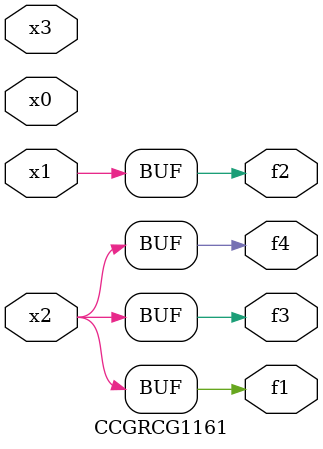
<source format=v>
module CCGRCG1161(
	input x0, x1, x2, x3,
	output f1, f2, f3, f4
);
	assign f1 = x2;
	assign f2 = x1;
	assign f3 = x2;
	assign f4 = x2;
endmodule

</source>
